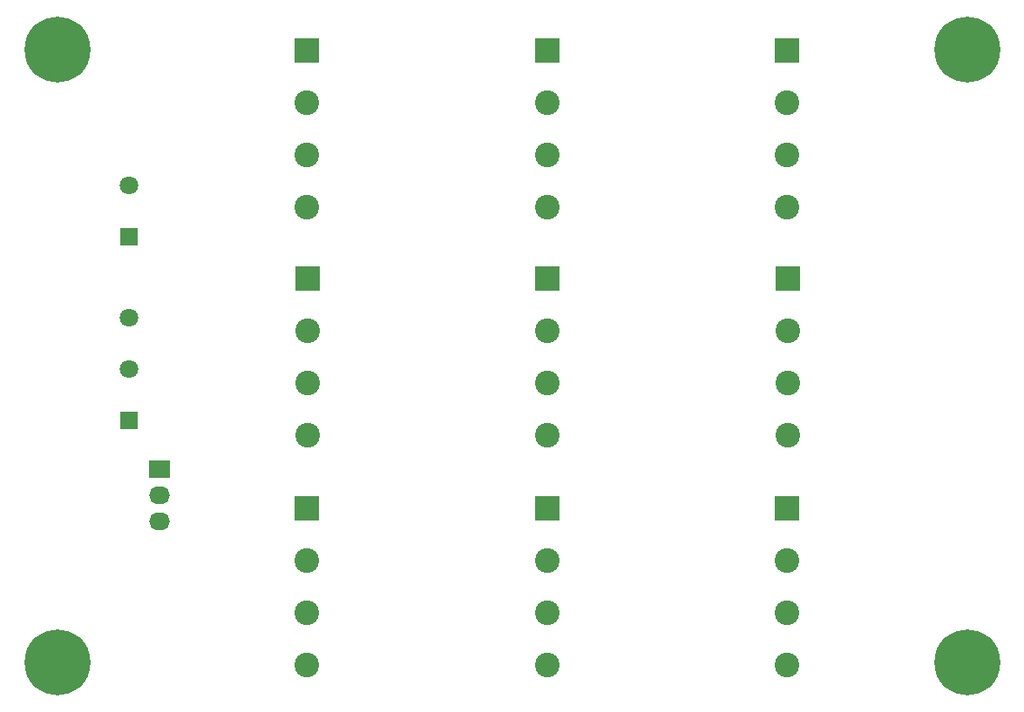
<source format=gbs>
G04 #@! TF.GenerationSoftware,KiCad,Pcbnew,(6.0.10)*
G04 #@! TF.CreationDate,2023-01-26T21:48:12-05:00*
G04 #@! TF.ProjectId,Connectors,436f6e6e-6563-4746-9f72-732e6b696361,rev?*
G04 #@! TF.SameCoordinates,Original*
G04 #@! TF.FileFunction,Soldermask,Bot*
G04 #@! TF.FilePolarity,Negative*
%FSLAX46Y46*%
G04 Gerber Fmt 4.6, Leading zero omitted, Abs format (unit mm)*
G04 Created by KiCad (PCBNEW (6.0.10)) date 2023-01-26 21:48:12*
%MOMM*%
%LPD*%
G01*
G04 APERTURE LIST*
%ADD10R,2.400000X2.400000*%
%ADD11C,2.400000*%
%ADD12R,1.803400X1.803400*%
%ADD13C,1.803400*%
%ADD14C,6.400000*%
%ADD15R,2.030000X1.730000*%
%ADD16O,2.030000X1.730000*%
G04 APERTURE END LIST*
D10*
X142827500Y-70380000D03*
D11*
X142827500Y-75460000D03*
X142827500Y-80540000D03*
X142827500Y-85620000D03*
D10*
X142877500Y-92590000D03*
D11*
X142877500Y-97670000D03*
X142877500Y-102750000D03*
X142877500Y-107830000D03*
D12*
X102249999Y-106400000D03*
D13*
X102249999Y-101400000D03*
X102249999Y-96400000D03*
D14*
X95250000Y-129900000D03*
X95250000Y-70358000D03*
D10*
X166150000Y-114930000D03*
D11*
X166150000Y-120010000D03*
X166150000Y-125090000D03*
X166150000Y-130170000D03*
D10*
X142827500Y-114930000D03*
D11*
X142827500Y-120010000D03*
X142827500Y-125090000D03*
X142827500Y-130170000D03*
D15*
X105150000Y-111115000D03*
D16*
X105150000Y-113655000D03*
X105150000Y-116195000D03*
D14*
X183642000Y-70358000D03*
D10*
X166200000Y-92590000D03*
D11*
X166200000Y-97670000D03*
X166200000Y-102750000D03*
X166200000Y-107830000D03*
D12*
X102199999Y-88550000D03*
D13*
X102199999Y-83550000D03*
D10*
X166150000Y-70380000D03*
D11*
X166150000Y-75460000D03*
X166150000Y-80540000D03*
X166150000Y-85620000D03*
D14*
X183642000Y-129900000D03*
D10*
X119555000Y-92590000D03*
D11*
X119555000Y-97670000D03*
X119555000Y-102750000D03*
X119555000Y-107830000D03*
D10*
X119505000Y-114930000D03*
D11*
X119505000Y-120010000D03*
X119505000Y-125090000D03*
X119505000Y-130170000D03*
D10*
X119505000Y-70380000D03*
D11*
X119505000Y-75460000D03*
X119505000Y-80540000D03*
X119505000Y-85620000D03*
M02*

</source>
